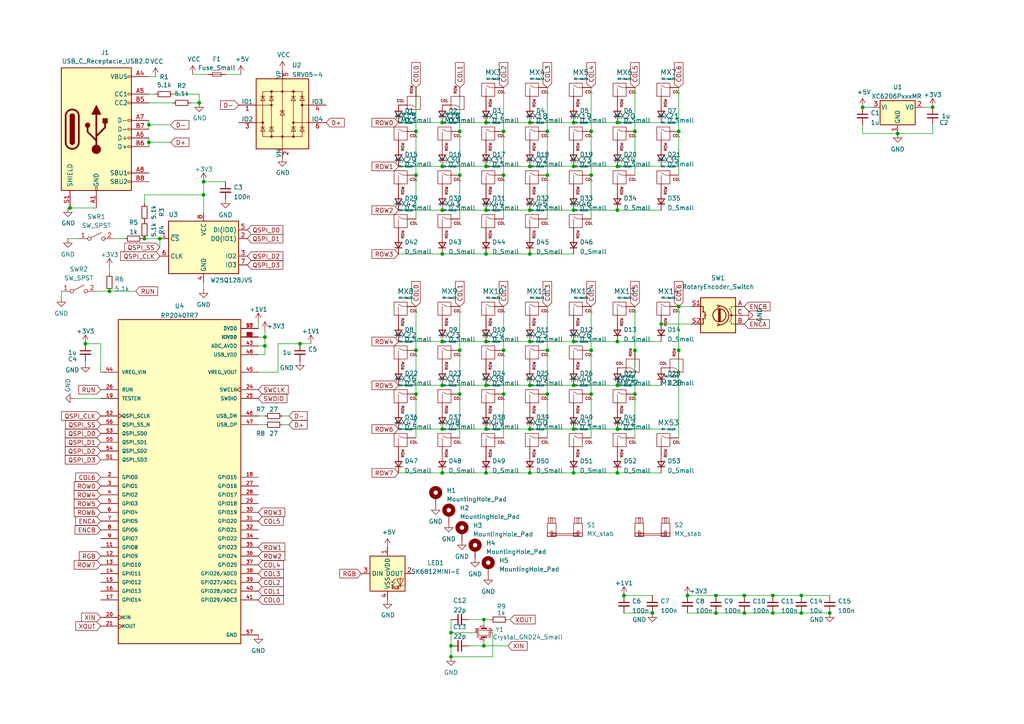
<source format=kicad_sch>
(kicad_sch (version 20230121) (generator eeschema)
  (paper "A4")
  (junction (at 260.35 38.735))
  (junction (at 128.27 111.76))
  (junction (at 140.97 137.16))
  (junction (at 158.75 38.1))
  (junction (at 250.19 31.115))
  (junction (at 31.75 84.455))
  (junction (at 196.85 38.1))
  (junction (at 59.055 56.515))
  (junction (at 128.27 60.96))
  (junction (at 224.155 172.72))
  (junction (at 120.65 38.1))
  (junction (at 171.45 101.6))
  (junction (at 179.07 60.96))
  (junction (at 133.35 38.1))
  (junction (at 128.27 73.66))
  (junction (at 20.32 60.325))
  (junction (at 130.81 187.325))
  (junction (at 166.37 60.96))
  (junction (at 128.27 35.56))
  (junction (at 46.355 69.215))
  (junction (at 166.37 99.06))
  (junction (at 180.975 172.72))
  (junction (at 41.91 69.215))
  (junction (at 270.51 31.115))
  (junction (at 224.155 177.8))
  (junction (at 189.23 177.8))
  (junction (at 240.665 177.8))
  (junction (at 215.9 172.72))
  (junction (at 153.67 60.96))
  (junction (at 166.37 35.56))
  (junction (at 43.18 36.195))
  (junction (at 158.75 50.8))
  (junction (at 140.97 99.06))
  (junction (at 86.995 99.695))
  (junction (at 184.15 101.6))
  (junction (at 166.37 111.76))
  (junction (at 179.07 124.46))
  (junction (at 207.645 172.72))
  (junction (at 184.15 114.3))
  (junction (at 153.67 137.16))
  (junction (at 43.18 41.275))
  (junction (at 179.07 99.06))
  (junction (at 191.77 93.98))
  (junction (at 171.45 50.8))
  (junction (at 207.645 177.8))
  (junction (at 171.45 114.3))
  (junction (at 196.85 88.9))
  (junction (at 24.765 99.695))
  (junction (at 133.35 114.3))
  (junction (at 215.9 177.8))
  (junction (at 133.35 101.6))
  (junction (at 166.37 137.16))
  (junction (at 59.055 52.705))
  (junction (at 179.07 48.26))
  (junction (at 171.45 38.1))
  (junction (at 153.67 99.06))
  (junction (at 128.27 99.06))
  (junction (at 179.07 137.16))
  (junction (at 232.41 172.72))
  (junction (at 140.97 60.96))
  (junction (at 128.27 137.16))
  (junction (at 140.97 111.76))
  (junction (at 120.65 50.8))
  (junction (at 57.785 29.845))
  (junction (at 166.37 124.46))
  (junction (at 146.05 38.1))
  (junction (at 140.97 73.66))
  (junction (at 232.41 177.8))
  (junction (at 179.07 35.56))
  (junction (at 146.05 114.3))
  (junction (at 153.67 48.26))
  (junction (at 153.67 73.66))
  (junction (at 199.39 172.72))
  (junction (at 153.67 35.56))
  (junction (at 146.05 101.6))
  (junction (at 158.75 114.3))
  (junction (at 140.335 187.325))
  (junction (at 146.05 50.8))
  (junction (at 120.65 114.3))
  (junction (at 140.97 35.56))
  (junction (at 153.67 124.46))
  (junction (at 120.65 101.6))
  (junction (at 76.835 97.79))
  (junction (at 130.81 183.515))
  (junction (at 196.85 101.6))
  (junction (at 166.37 48.26))
  (junction (at 128.27 124.46))
  (junction (at 140.97 124.46))
  (junction (at 184.15 38.1))
  (junction (at 158.75 101.6))
  (junction (at 179.07 111.76))
  (junction (at 140.335 179.705))
  (junction (at 140.97 48.26))
  (junction (at 76.835 100.33))
  (junction (at 128.27 48.26))
  (junction (at 153.67 111.76))
  (junction (at 133.35 50.8))
  (junction (at 130.81 190.5))
  (wire (pts (xy 180.975 177.8) (xy 189.23 177.8)))
  (wire (pts (xy 184.15 88.9) (xy 184.15 101.6)))
  (wire (pts (xy 133.35 88.9) (xy 133.35 101.6)))
  (wire (pts (xy 250.19 31.115) (xy 252.73 31.115)))
  (wire (pts (xy 158.75 88.9) (xy 158.75 101.6)))
  (wire (pts (xy 140.97 60.96) (xy 153.67 60.96)))
  (wire (pts (xy 166.37 99.06) (xy 179.07 99.06)))
  (wire (pts (xy 59.055 61.595) (xy 59.055 56.515)))
  (wire (pts (xy 184.15 25.4) (xy 184.15 38.1)))
  (wire (pts (xy 24.765 99.695) (xy 29.21 99.695)))
  (wire (pts (xy 43.18 27.305) (xy 45.085 27.305)))
  (wire (pts (xy 41.91 56.515) (xy 59.055 56.515)))
  (wire (pts (xy 166.37 137.16) (xy 179.07 137.16)))
  (wire (pts (xy 128.27 73.66) (xy 140.97 73.66)))
  (wire (pts (xy 135.89 187.325) (xy 140.335 187.325)))
  (wire (pts (xy 140.97 73.66) (xy 153.67 73.66)))
  (wire (pts (xy 200.66 93.98) (xy 191.77 93.98)))
  (wire (pts (xy 115.57 73.66) (xy 128.27 73.66)))
  (wire (pts (xy 179.07 60.96) (xy 191.77 60.96)))
  (wire (pts (xy 267.97 31.115) (xy 270.51 31.115)))
  (wire (pts (xy 184.15 38.1) (xy 184.15 50.8)))
  (wire (pts (xy 153.67 35.56) (xy 166.37 35.56)))
  (wire (pts (xy 140.97 137.16) (xy 153.67 137.16)))
  (wire (pts (xy 128.27 35.56) (xy 140.97 35.56)))
  (wire (pts (xy 74.93 102.87) (xy 76.835 102.87)))
  (wire (pts (xy 140.97 111.76) (xy 153.67 111.76)))
  (wire (pts (xy 128.27 99.06) (xy 140.97 99.06)))
  (wire (pts (xy 19.685 69.215) (xy 22.86 69.215)))
  (wire (pts (xy 153.67 48.26) (xy 166.37 48.26)))
  (wire (pts (xy 199.39 177.8) (xy 207.645 177.8)))
  (wire (pts (xy 27.94 84.455) (xy 31.75 84.455)))
  (wire (pts (xy 43.18 34.925) (xy 43.18 36.195)))
  (wire (pts (xy 153.67 111.76) (xy 166.37 111.76)))
  (wire (pts (xy 140.97 99.06) (xy 153.67 99.06)))
  (wire (pts (xy 215.9 172.72) (xy 224.155 172.72)))
  (wire (pts (xy 130.81 183.515) (xy 137.795 183.515)))
  (wire (pts (xy 120.65 101.6) (xy 120.65 114.3)))
  (wire (pts (xy 133.35 25.4) (xy 133.35 38.1)))
  (wire (pts (xy 166.37 60.96) (xy 179.07 60.96)))
  (wire (pts (xy 50.165 27.305) (xy 57.785 27.305)))
  (wire (pts (xy 166.37 35.56) (xy 179.07 35.56)))
  (wire (pts (xy 140.335 179.705) (xy 140.335 180.975)))
  (wire (pts (xy 179.07 124.46) (xy 191.77 124.46)))
  (wire (pts (xy 74.93 120.65) (xy 76.835 120.65)))
  (wire (pts (xy 115.57 35.56) (xy 128.27 35.56)))
  (wire (pts (xy 166.37 48.26) (xy 179.07 48.26)))
  (wire (pts (xy 179.07 48.26) (xy 191.77 48.26)))
  (wire (pts (xy 120.65 38.1) (xy 120.65 50.8)))
  (wire (pts (xy 158.75 38.1) (xy 158.75 50.8)))
  (wire (pts (xy 41.91 69.215) (xy 41.275 69.215)))
  (wire (pts (xy 57.785 29.845) (xy 55.245 29.845)))
  (wire (pts (xy 55.88 21.59) (xy 60.325 21.59)))
  (wire (pts (xy 142.875 190.5) (xy 130.81 190.5)))
  (wire (pts (xy 120.65 114.3) (xy 120.65 127)))
  (wire (pts (xy 270.51 38.735) (xy 270.51 36.195)))
  (wire (pts (xy 146.05 25.4) (xy 146.05 38.1)))
  (wire (pts (xy 130.81 183.515) (xy 130.81 187.325)))
  (wire (pts (xy 153.67 124.46) (xy 166.37 124.46)))
  (wire (pts (xy 20.32 60.325) (xy 27.94 60.325)))
  (wire (pts (xy 179.07 137.16) (xy 191.77 137.16)))
  (wire (pts (xy 166.37 111.76) (xy 179.07 111.76)))
  (wire (pts (xy 250.19 36.195) (xy 250.19 38.735)))
  (wire (pts (xy 140.97 35.56) (xy 153.67 35.56)))
  (wire (pts (xy 46.355 69.215) (xy 46.355 71.755)))
  (wire (pts (xy 128.27 48.26) (xy 140.97 48.26)))
  (wire (pts (xy 49.53 41.275) (xy 43.18 41.275)))
  (wire (pts (xy 180.975 172.72) (xy 189.23 172.72)))
  (wire (pts (xy 232.41 177.8) (xy 240.665 177.8)))
  (wire (pts (xy 130.81 179.705) (xy 130.81 183.515)))
  (wire (pts (xy 43.18 41.275) (xy 43.18 42.545)))
  (wire (pts (xy 43.18 29.845) (xy 50.165 29.845)))
  (wire (pts (xy 135.89 179.705) (xy 140.335 179.705)))
  (wire (pts (xy 74.93 107.95) (xy 80.645 107.95)))
  (wire (pts (xy 130.81 190.5) (xy 130.81 187.325)))
  (wire (pts (xy 260.35 38.735) (xy 270.51 38.735)))
  (wire (pts (xy 207.645 177.8) (xy 215.9 177.8)))
  (wire (pts (xy 115.57 124.46) (xy 128.27 124.46)))
  (wire (pts (xy 166.37 124.46) (xy 179.07 124.46)))
  (wire (pts (xy 184.15 114.3) (xy 184.15 127)))
  (wire (pts (xy 147.955 179.705) (xy 147.32 179.705)))
  (wire (pts (xy 69.85 21.59) (xy 65.405 21.59)))
  (wire (pts (xy 115.57 137.16) (xy 128.27 137.16)))
  (wire (pts (xy 133.35 50.8) (xy 133.35 63.5)))
  (wire (pts (xy 128.27 124.46) (xy 140.97 124.46)))
  (wire (pts (xy 171.45 114.3) (xy 171.45 127)))
  (wire (pts (xy 171.45 101.6) (xy 171.45 114.3)))
  (wire (pts (xy 19.685 60.325) (xy 20.32 60.325)))
  (wire (pts (xy 24.765 105.41) (xy 24.765 104.775)))
  (wire (pts (xy 207.645 172.72) (xy 215.9 172.72)))
  (wire (pts (xy 57.785 27.305) (xy 57.785 29.845)))
  (wire (pts (xy 140.97 48.26) (xy 153.67 48.26)))
  (wire (pts (xy 76.835 100.33) (xy 76.835 97.79)))
  (wire (pts (xy 31.75 84.455) (xy 39.37 84.455)))
  (wire (pts (xy 43.18 36.195) (xy 43.18 37.465)))
  (wire (pts (xy 133.35 101.6) (xy 133.35 114.3)))
  (wire (pts (xy 140.97 124.46) (xy 153.67 124.46)))
  (wire (pts (xy 80.645 107.95) (xy 80.645 99.695)))
  (wire (pts (xy 146.05 50.8) (xy 146.05 63.5)))
  (wire (pts (xy 146.05 101.6) (xy 146.05 114.3)))
  (wire (pts (xy 250.19 38.735) (xy 260.35 38.735)))
  (wire (pts (xy 142.24 179.705) (xy 140.335 179.705)))
  (wire (pts (xy 133.35 38.1) (xy 133.35 50.8)))
  (wire (pts (xy 153.67 60.96) (xy 166.37 60.96)))
  (wire (pts (xy 74.93 93.345) (xy 74.93 95.25)))
  (wire (pts (xy 196.85 25.4) (xy 196.85 38.1)))
  (wire (pts (xy 196.85 101.6) (xy 196.85 127)))
  (wire (pts (xy 80.645 99.695) (xy 86.995 99.695)))
  (wire (pts (xy 115.57 48.26) (xy 128.27 48.26)))
  (wire (pts (xy 179.07 35.56) (xy 191.77 35.56)))
  (wire (pts (xy 74.93 97.79) (xy 76.835 97.79)))
  (wire (pts (xy 31.75 77.47) (xy 31.75 79.375)))
  (wire (pts (xy 146.05 88.9) (xy 146.05 101.6)))
  (wire (pts (xy 199.39 172.72) (xy 207.645 172.72)))
  (wire (pts (xy 146.05 114.3) (xy 146.05 127)))
  (wire (pts (xy 21.59 115.57) (xy 29.21 115.57)))
  (wire (pts (xy 153.67 137.16) (xy 166.37 137.16)))
  (wire (pts (xy 158.75 114.3) (xy 158.75 127)))
  (wire (pts (xy 196.85 88.9) (xy 196.85 101.6)))
  (wire (pts (xy 153.67 99.06) (xy 166.37 99.06)))
  (wire (pts (xy 74.93 100.33) (xy 76.835 100.33)))
  (wire (pts (xy 115.57 111.76) (xy 128.27 111.76)))
  (wire (pts (xy 120.65 50.8) (xy 120.65 63.5)))
  (wire (pts (xy 224.155 177.8) (xy 232.41 177.8)))
  (wire (pts (xy 171.45 25.4) (xy 171.45 38.1)))
  (wire (pts (xy 196.85 88.9) (xy 200.66 88.9)))
  (wire (pts (xy 81.915 120.65) (xy 83.82 120.65)))
  (wire (pts (xy 140.335 186.055) (xy 140.335 187.325)))
  (wire (pts (xy 179.07 99.06) (xy 191.77 99.06)))
  (wire (pts (xy 17.78 86.36) (xy 17.78 84.455)))
  (wire (pts (xy 115.57 99.06) (xy 128.27 99.06)))
  (wire (pts (xy 120.65 25.4) (xy 120.65 38.1)))
  (wire (pts (xy 153.67 73.66) (xy 166.37 73.66)))
  (wire (pts (xy 171.45 50.8) (xy 171.45 63.5)))
  (wire (pts (xy 86.995 99.695) (xy 90.17 99.695)))
  (wire (pts (xy 115.57 60.96) (xy 128.27 60.96)))
  (wire (pts (xy 158.75 50.8) (xy 158.75 63.5)))
  (wire (pts (xy 29.21 107.95) (xy 29.21 99.695)))
  (wire (pts (xy 232.41 172.72) (xy 240.665 172.72)))
  (wire (pts (xy 59.055 56.515) (xy 59.055 52.705)))
  (wire (pts (xy 140.335 187.325) (xy 147.32 187.325)))
  (wire (pts (xy 184.15 101.6) (xy 184.15 114.3)))
  (wire (pts (xy 43.18 22.225) (xy 45.085 22.225)))
  (wire (pts (xy 59.055 52.705) (xy 65.405 52.705)))
  (wire (pts (xy 171.45 88.9) (xy 171.45 101.6)))
  (wire (pts (xy 158.75 25.4) (xy 158.75 38.1)))
  (wire (pts (xy 133.35 114.3) (xy 133.35 127)))
  (wire (pts (xy 179.07 111.76) (xy 191.77 111.76)))
  (wire (pts (xy 41.91 59.055) (xy 41.91 56.515)))
  (wire (pts (xy 142.875 183.515) (xy 142.875 190.5)))
  (wire (pts (xy 158.75 101.6) (xy 158.75 114.3)))
  (wire (pts (xy 43.18 40.005) (xy 43.18 41.275)))
  (wire (pts (xy 146.05 38.1) (xy 146.05 50.8)))
  (wire (pts (xy 59.055 81.915) (xy 59.055 83.82)))
  (wire (pts (xy 74.93 123.19) (xy 76.835 123.19)))
  (wire (pts (xy 128.27 60.96) (xy 140.97 60.96)))
  (wire (pts (xy 33.02 69.215) (xy 36.195 69.215)))
  (wire (pts (xy 128.27 137.16) (xy 140.97 137.16)))
  (wire (pts (xy 196.85 38.1) (xy 196.85 50.8)))
  (wire (pts (xy 120.65 88.9) (xy 120.65 101.6)))
  (wire (pts (xy 224.155 172.72) (xy 232.41 172.72)))
  (wire (pts (xy 49.53 36.195) (xy 43.18 36.195)))
  (wire (pts (xy 76.835 95.885) (xy 76.835 97.79)))
  (wire (pts (xy 81.915 123.19) (xy 83.82 123.19)))
  (wire (pts (xy 215.9 177.8) (xy 224.155 177.8)))
  (wire (pts (xy 171.45 38.1) (xy 171.45 50.8)))
  (wire (pts (xy 46.355 69.215) (xy 41.91 69.215)))
  (wire (pts (xy 128.27 111.76) (xy 140.97 111.76)))
  (wire (pts (xy 76.835 102.87) (xy 76.835 100.33)))
  (global_label "QSPI_D0" (shape input) (at 29.21 125.73 180) (property "Intersheetrefs" "${INTERSHEET_REFS}" (effects hide)))
  (global_label "QSPI_SS" (shape input) (at 29.21 123.19 180) (property "Intersheetrefs" "${INTERSHEET_REFS}" (effects hide)))
  (global_label "D+" (shape input) (at 94.615 35.56 0) (property "Intersheetrefs" "${INTERSHEET_REFS}" (effects hide)))
  (global_label "ROW5" (shape input) (at 29.21 146.05 180) (property "Intersheetrefs" "${INTERSHEET_REFS}" (effects hide)))
  (global_label "COL6" (shape input) (at 196.85 25.4 90) (property "Intersheetrefs" "${INTERSHEET_REFS}" (effects hide)))
  (global_label "RGB" (shape input) (at 104.775 166.37 180) (property "Intersheetrefs" "${INTERSHEET_REFS}" (effects hide)))
  (global_label "COL5" (shape input) (at 74.93 151.13 0) (property "Intersheetrefs" "${INTERSHEET_REFS}" (effects hide)))
  (global_label "COL6" (shape input) (at 29.21 138.43 180) (property "Intersheetrefs" "${INTERSHEET_REFS}" (effects hide)))
  (global_label "ROW1" (shape input) (at 115.57 48.26 180) (property "Intersheetrefs" "${INTERSHEET_REFS}" (effects hide)))
  (global_label "ENCB" (shape input) (at 29.21 153.67 180) (property "Intersheetrefs" "${INTERSHEET_REFS}" (effects hide)))
  (global_label "QSPI_SS" (shape input) (at 46.355 71.755 180) (property "Intersheetrefs" "${INTERSHEET_REFS}" (effects hide)))
  (global_label "COL3" (shape input) (at 74.93 166.37 0) (property "Intersheetrefs" "${INTERSHEET_REFS}" (effects hide)))
  (global_label "ROW4" (shape input) (at 115.57 99.06 180) (property "Intersheetrefs" "${INTERSHEET_REFS}" (effects hide)))
  (global_label "ROW3" (shape input) (at 74.93 148.59 0) (property "Intersheetrefs" "${INTERSHEET_REFS}" (effects hide)))
  (global_label "ENCA" (shape input) (at 215.9 93.98 0) (property "Intersheetrefs" "${INTERSHEET_REFS}" (effects hide)))
  (global_label "RGB" (shape input) (at 29.21 161.29 180) (property "Intersheetrefs" "${INTERSHEET_REFS}" (effects hide)))
  (global_label "COL1" (shape input) (at 133.35 25.4 90) (property "Intersheetrefs" "${INTERSHEET_REFS}" (effects hide)))
  (global_label "ENCB" (shape input) (at 215.9 88.9 0) (property "Intersheetrefs" "${INTERSHEET_REFS}" (effects hide)))
  (global_label "ROW7" (shape input) (at 115.57 137.16 180) (property "Intersheetrefs" "${INTERSHEET_REFS}" (effects hide)))
  (global_label "RUN" (shape input) (at 39.37 84.455 0) (property "Intersheetrefs" "${INTERSHEET_REFS}" (effects hide)))
  (global_label "ROW6" (shape input) (at 29.21 148.59 180) (property "Intersheetrefs" "${INTERSHEET_REFS}" (effects hide)))
  (global_label "ROW2" (shape input) (at 115.57 60.96 180) (property "Intersheetrefs" "${INTERSHEET_REFS}" (effects hide)))
  (global_label "ROW0" (shape input) (at 115.57 35.56 180) (property "Intersheetrefs" "${INTERSHEET_REFS}" (effects hide)))
  (global_label "ROW7" (shape input) (at 29.21 163.83 180) (property "Intersheetrefs" "${INTERSHEET_REFS}" (effects hide)))
  (global_label "ROW1" (shape input) (at 74.93 158.75 0) (property "Intersheetrefs" "${INTERSHEET_REFS}" (effects hide)))
  (global_label "XIN" (shape input) (at 29.21 179.07 180) (property "Intersheetrefs" "${INTERSHEET_REFS}" (effects hide)))
  (global_label "QSPI_D1" (shape input) (at 71.755 69.215 0) (property "Intersheetrefs" "${INTERSHEET_REFS}" (effects hide)))
  (global_label "D-" (shape input) (at 49.53 36.195 0) (property "Intersheetrefs" "${INTERSHEET_REFS}" (effects hide)))
  (global_label "COL3" (shape input) (at 158.75 88.9 90) (property "Intersheetrefs" "${INTERSHEET_REFS}" (effects hide)))
  (global_label "D-" (shape input) (at 83.82 120.65 0) (property "Intersheetrefs" "${INTERSHEET_REFS}" (effects hide)))
  (global_label "QSPI_D2" (shape input) (at 29.21 130.81 180) (property "Intersheetrefs" "${INTERSHEET_REFS}" (effects hide)))
  (global_label "COL4" (shape input) (at 74.93 163.83 0) (property "Intersheetrefs" "${INTERSHEET_REFS}" (effects hide)))
  (global_label "RUN" (shape input) (at 29.21 113.03 180) (property "Intersheetrefs" "${INTERSHEET_REFS}" (effects hide)))
  (global_label "COL0" (shape input) (at 120.65 88.9 90) (property "Intersheetrefs" "${INTERSHEET_REFS}" (effects hide)))
  (global_label "COL1" (shape input) (at 133.35 88.9 90) (property "Intersheetrefs" "${INTERSHEET_REFS}" (effects hide)))
  (global_label "COL0" (shape input) (at 120.65 25.4 90) (property "Intersheetrefs" "${INTERSHEET_REFS}" (effects hide)))
  (global_label "ROW6" (shape input) (at 115.57 124.46 180) (property "Intersheetrefs" "${INTERSHEET_REFS}" (effects hide)))
  (global_label "QSPI_D3" (shape input) (at 71.755 76.835 0) (property "Intersheetrefs" "${INTERSHEET_REFS}" (effects hide)))
  (global_label "COL6" (shape input) (at 196.85 88.9 90) (property "Intersheetrefs" "${INTERSHEET_REFS}" (effects hide)))
  (global_label "COL4" (shape input) (at 171.45 25.4 90) (property "Intersheetrefs" "${INTERSHEET_REFS}" (effects hide)))
  (global_label "ROW4" (shape input) (at 29.21 143.51 180) (property "Intersheetrefs" "${INTERSHEET_REFS}" (effects hide)))
  (global_label "SWCLK" (shape input) (at 74.93 113.03 0) (property "Intersheetrefs" "${INTERSHEET_REFS}" (effects hide)))
  (global_label "QSPI_D0" (shape input) (at 71.755 66.675 0) (property "Intersheetrefs" "${INTERSHEET_REFS}" (effects hide)))
  (global_label "ROW3" (shape input) (at 115.57 73.66 180) (property "Intersheetrefs" "${INTERSHEET_REFS}" (effects hide)))
  (global_label "ROW2" (shape input) (at 74.93 161.29 0) (property "Intersheetrefs" "${INTERSHEET_REFS}" (effects hide)))
  (global_label "COL2" (shape input) (at 74.93 168.91 0) (property "Intersheetrefs" "${INTERSHEET_REFS}" (effects hide)))
  (global_label "COL5" (shape input) (at 184.15 25.4 90) (property "Intersheetrefs" "${INTERSHEET_REFS}" (effects hide)))
  (global_label "SWDIO" (shape input) (at 74.93 115.57 0) (property "Intersheetrefs" "${INTERSHEET_REFS}" (effects hide)))
  (global_label "ROW0" (shape input) (at 29.21 140.97 180) (property "Intersheetrefs" "${INTERSHEET_REFS}" (effects hide)))
  (global_label "COL5" (shape input) (at 184.15 88.9 90) (property "Intersheetrefs" "${INTERSHEET_REFS}" (effects hide)))
  (global_label "D+" (shape input) (at 49.53 41.275 0) (property "Intersheetrefs" "${INTERSHEET_REFS}" (effects hide)))
  (global_label "COL2" (shape input) (at 146.05 25.4 90) (property "Intersheetrefs" "${INTERSHEET_REFS}" (effects hide)))
  (global_label "COL4" (shape input) (at 171.45 88.9 90) (property "Intersheetrefs" "${INTERSHEET_REFS}" (effects hide)))
  (global_label "COL3" (shape input) (at 158.75 25.4 90) (property "Intersheetrefs" "${INTERSHEET_REFS}" (effects hide)))
  (global_label "QSPI_D1" (shape input) (at 29.21 128.27 180) (property "Intersheetrefs" "${INTERSHEET_REFS}" (effects hide)))
  (global_label "XIN" (shape input) (at 147.32 187.325 0) (property "Intersheetrefs" "${INTERSHEET_REFS}" (effects hide)))
  (global_label "XOUT" (shape input) (at 147.955 179.705 0) (property "Intersheetrefs" "${INTERSHEET_REFS}" (effects hide)))
  (global_label "COL2" (shape input) (at 146.05 88.9 90) (property "Intersheetrefs" "${INTERSHEET_REFS}" (effects hide)))
  (global_label "ENCA" (shape input) (at 29.21 151.13 180) (property "Intersheetrefs" "${INTERSHEET_REFS}" (effects hide)))
  (global_label "D-" (shape input) (at 69.215 30.48 180) (property "Intersheetrefs" "${INTERSHEET_REFS}" (effects hide)))
  (global_label "QSPI_CLK" (shape input) (at 29.21 120.65 180) (property "Intersheetrefs" "${INTERSHEET_REFS}" (effects hide)))
  (global_label "XOUT" (shape input) (at 29.21 181.61 180) (property "Intersheetrefs" "${INTERSHEET_REFS}" (effects hide)))
  (global_label "D+" (shape input) (at 83.82 123.19 0) (property "Intersheetrefs" "${INTERSHEET_REFS}" (effects hide)))
  (global_label "COL1" (shape input) (at 74.93 171.45 0) (property "Intersheetrefs" "${INTERSHEET_REFS}" (effects hide)))
  (global_label "ROW5" (shape input) (at 115.57 111.76 180) (property "Intersheetrefs" "${INTERSHEET_REFS}" (effects hide)))
  (global_label "COL0" (shape input) (at 74.93 173.99 0) (property "Intersheetrefs" "${INTERSHEET_REFS}" (effects hide)))
  (global_label "QSPI_D3" (shape input) (at 29.21 133.35 180) (property "Intersheetrefs" "${INTERSHEET_REFS}" (effects hide)))
  (global_label "QSPI_CLK" (shape input) (at 46.355 74.295 180) (property "Intersheetrefs" "${INTERSHEET_REFS}" (effects hide)))
  (global_label "QSPI_D2" (shape input) (at 71.755 74.295 0) (property "Intersheetrefs" "${INTERSHEET_REFS}" (effects hide)))
  (symbol (lib_id "Device:D_Small") (at 115.57 71.12 90) (unit 1)
    (property "Reference" "D42" (at 117.348 70.2115 90) (effects (justify right)))
    (property "Value" "D_Small" (at 117.348 72.9866 90) (effects (justify right)))
    (property "Footprint" "Diode_SMD:D_SOD-123" (effects hide))
  )
  (symbol (lib_id "Device:R_Small") (at 52.705 29.845 270) (unit 1)
    (property "Reference" "R2" (at 52.705 24.8666 90))
    (property "Value" "5.1k" (at 52.705 27.178 90))
    (property "Footprint" "Resistor_SMD:R_0402_1005Metric" (effects hide))
  )
  (symbol (lib_id "power:GND") (at 59.055 83.82 0) (unit 1)
    (property "Reference" "#PWR016" (effects hide))
    (property "Value" "GND" (at 59.055 88.3825 0))
  )
  (symbol (lib_id "Device:D_Small") (at 140.97 58.42 90) (unit 1)
    (property "Reference" "D31" (at 142.748 57.5115 90) (effects (justify right)))
    (property "Value" "D_Small" (at 142.748 60.2866 90) (effects (justify right)))
    (property "Footprint" "Diode_SMD:D_SOD-123" (effects hide))
  )
  (symbol (lib_id "Device:D_Small") (at 191.77 134.62 90) (unit 1)
    (property "Reference" "D53" (at 193.548 133.7115 90) (effects (justify right)))
    (property "Value" "D_Small" (at 193.548 136.4866 90) (effects (justify right)))
    (property "Footprint" "Diode_SMD:D_SOD-123" (effects hide))
  )
  (symbol (lib_id "power:GND") (at 17.78 86.36 0) (unit 1)
    (property "Reference" "#PWR017" (effects hide))
    (property "Value" "GND" (at 17.78 90.9225 0))
  )
  (symbol (lib_id "Switch:SW_SPST") (at 22.86 84.455 0) (unit 1)
    (property "Reference" "SWR2" (at 22.86 78.105 0))
    (property "Value" "SW_SPST" (at 22.86 80.645 0))
    (property "Footprint" "Button_Switch_SMD:SW_SPST_TL3342" (effects hide))
  )
  (symbol (lib_id "power:VCC") (at 55.88 21.59 0) (unit 1)
    (property "Reference" "#PWR02" (effects hide))
    (property "Value" "VCC" (at 56.261 17.1958 0))
  )
  (symbol (lib_id "power:GND") (at 74.93 184.15 0) (unit 1)
    (property "Reference" "#PWR032" (effects hide))
    (property "Value" "GND" (at 74.93 188.7125 0))
  )
  (symbol (lib_id "power:+3V3") (at 59.055 52.705 0) (unit 1)
    (property "Reference" "#PWR011" (effects hide))
    (property "Value" "+3V3" (at 59.055 49.1005 0))
  )
  (symbol (lib_id "Device:R_Small") (at 41.91 66.675 180) (unit 1)
    (property "Reference" "R4" (at 46.8884 66.675 90))
    (property "Value" "5.1k" (at 44.577 66.675 90))
    (property "Footprint" "Resistor_SMD:R_0402_1005Metric" (effects hide))
  )
  (symbol (lib_id "MX_Alps_Hybrid:MX-NoLED") (at 193.04 90.17 0) (unit 1)
    (property "Reference" "MX14" (at 193.8782 84.5058 0) (effects (font (size 1.524 1.524))))
    (property "Value" "MX-NoLED" (at 193.8782 86.3854 0) (effects (font (size 0.508 0.508))))
    (property "Footprint" "kiserdesigns:KS-33" (effects hide))
  )
  (symbol (lib_id "Device:D_Small") (at 191.77 109.22 90) (unit 1)
    (property "Reference" "D28" (at 193.548 108.3115 90) (effects (justify right)))
    (property "Value" "D_Small" (at 193.548 111.0866 90) (effects (justify right)))
    (property "Footprint" "Diode_SMD:D_SOD-123" (effects hide))
  )
  (symbol (lib_id "Device:C_Small") (at 24.765 102.235 0) (unit 1)
    (property "Reference" "C4" (at 19.685 104.14 0) (effects (justify left)))
    (property "Value" "1u" (at 19.685 102.235 0) (effects (justify left)))
    (property "Footprint" "Capacitor_SMD:C_0402_1005Metric" (effects hide))
  )
  (symbol (lib_id "Device:D_Small") (at 166.37 109.22 90) (unit 1)
    (property "Reference" "D26" (at 168.148 108.3115 90) (effects (justify right)))
    (property "Value" "D_Small" (at 168.148 111.0866 90) (effects (justify right)))
    (property "Footprint" "Diode_SMD:D_SOD-123" (effects hide))
  )
  (symbol (lib_id "MX_Alps_Hybrid:MX-NoLED") (at 116.84 90.17 0) (unit 1)
    (property "Reference" "MX8" (at 117.6782 84.5058 0) (effects (font (size 1.524 1.524))))
    (property "Value" "MX-NoLED" (at 117.6782 86.3854 0) (effects (font (size 0.508 0.508))))
    (property "Footprint" "kiserdesigns:KS-33" (effects hide))
  )
  (symbol (lib_id "MX_Alps_Hybrid:MX-NoLED") (at 142.24 102.87 0) (unit 1)
    (property "Reference" "MX24" (at 143.0782 97.2058 0) (effects (font (size 1.524 1.524))))
    (property "Value" "MX-NoLED" (at 143.0782 99.0854 0) (effects (font (size 0.508 0.508))))
    (property "Footprint" "kiserdesigns:KS-33" (effects hide))
  )
  (symbol (lib_id "Device:D_Small") (at 191.77 45.72 90) (unit 1)
    (property "Reference" "D21" (at 193.548 44.8115 90) (effects (justify right)))
    (property "Value" "D_Small" (at 193.548 47.5866 90) (effects (justify right)))
    (property "Footprint" "Diode_SMD:D_SOD-123" (effects hide))
  )
  (symbol (lib_id "Device:C_Small") (at 224.155 175.26 0) (unit 1)
    (property "Reference" "C11" (at 226.4791 174.3578 0) (effects (justify left)))
    (property "Value" "100n" (at 226.4791 177.1329 0) (effects (justify left)))
    (property "Footprint" "Capacitor_SMD:C_0402_1005Metric" (effects hide))
  )
  (symbol (lib_id "MX_Alps_Hybrid:MX-NoLED") (at 116.84 102.87 0) (unit 1)
    (property "Reference" "MX22" (at 117.6782 97.2058 0) (effects (font (size 1.524 1.524))))
    (property "Value" "MX-NoLED" (at 117.6782 99.0854 0) (effects (font (size 0.508 0.508))))
    (property "Footprint" "kiserdesigns:KS-33" (effects hide))
  )
  (symbol (lib_id "Device:D_Small") (at 153.67 134.62 90) (unit 1)
    (property "Reference" "D50" (at 155.448 133.7115 90) (effects (justify right)))
    (property "Value" "D_Small" (at 155.448 136.4866 90) (effects (justify right)))
    (property "Footprint" "Diode_SMD:D_SOD-123" (effects hide))
  )
  (symbol (lib_id "power:GND") (at 137.795 161.925 0) (unit 1)
    (property "Reference" "#PWR037" (effects hide))
    (property "Value" "GND" (at 137.795 166.4875 0))
  )
  (symbol (lib_id "Device:Fuse_Small") (at 62.865 21.59 0) (unit 1)
    (property "Reference" "F1" (at 62.865 17.145 0))
    (property "Value" "Fuse_Small" (at 62.865 19.685 0))
    (property "Footprint" "Fuse:Fuse_1206_3216Metric" (effects hide))
  )
  (symbol (lib_id "Regulator_Linear:XC6206PxxxMR") (at 260.35 31.115 0) (unit 1)
    (property "Reference" "U1" (at 260.35 25.2435 0))
    (property "Value" "XC6206PxxxMR" (at 252.73 27.94 0) (effects (justify left)))
    (property "Footprint" "Package_TO_SOT_SMD:SOT-23" (effects hide))
    (property "Datasheet" "https://www.torexsemi.com/file/xc6206/XC6206.pdf" (effects hide))
  )
  (symbol (lib_id "power:+1V1") (at 74.93 93.345 0) (unit 1)
    (property "Reference" "#PWR018" (effects hide))
    (property "Value" "+1V1" (at 74.93 89.7405 0))
  )
  (symbol (lib_id "Device:D_Small") (at 115.57 33.02 90) (unit 1)
    (property "Reference" "D1" (at 117.348 32.1115 90) (effects (justify right)))
    (property "Value" "D_Small" (at 117.348 34.8866 90) (effects (justify right)))
    (property "Footprint" "Diode_SMD:D_SOD-123" (effects hide))
  )
  (symbol (lib_id "MX_Alps_Hybrid:MX-NoLED") (at 142.24 52.07 0) (unit 1)
    (property "Reference" "MX31" (at 143.0782 46.4058 0) (effects (font (size 1.524 1.524))))
    (property "Value" "MX-NoLED" (at 143.0782 48.2854 0) (effects (font (size 0.508 0.508))))
    (property "Footprint" "kiserdesigns:KS-33" (effects hide))
  )
  (symbol (lib_id "MX_Alps_Hybrid:MX-NoLED") (at 193.04 39.37 0) (unit 1)
    (property "Reference" "MX21" (at 193.8782 33.7058 0) (effects (font (size 1.524 1.524))))
    (property "Value" "MX-NoLED" (at 193.8782 35.5854 0) (effects (font (size 0.508 0.508))))
    (property "Footprint" "kiserdesigns:KS-33" (effects hide))
  )
  (symbol (lib_id "RP2040TR7:RP2040TR7") (at 52.07 138.43 0) (unit 1)
    (property "Reference" "U4" (at 52.07 88.7435 0))
    (property "Value" "RP2040TR7" (at 52.07 91.5186 0))
    (property "Footprint" "Package_DFN_QFN:QFN-56-1EP_7x7mm_P0.4mm_EP3.2x3.2mm" (effects hide))
    (property "MAXIMUM_PACKAGE_HEIGHT" "0.9mm" (effects hide))
    (property "STANDARD" "IPC 7351B" (effects hide))
    (property "PARTREV" "1.7.1" (effects hide))
    (property "MANUFACTURER" "Raspberry Pi" (effects hide))
  )
  (symbol (lib_id "MX_Alps_Hybrid:MX-NoLED") (at 167.64 115.57 0) (unit 1)
    (property "Reference" "MX40" (at 168.4782 109.9058 0) (effects (font (size 1.524 1.524))))
    (property "Value" "MX-NoLED" (at 168.4782 111.7854 0) (effects (font (size 0.508 0.508))))
    (property "Footprint" "kiserdesigns:KS-33" (effects hide))
  )
  (symbol (lib_id "power:+3V3") (at 199.39 172.72 0) (unit 1)
    (property "Reference" "#PWR028" (effects hide))
    (property "Value" "+3V3" (at 202.565 171.45 0))
  )
  (symbol (lib_id "MX_Alps_Hybrid:MX-NoLED") (at 142.24 128.27 0) (unit 1)
    (property "Reference" "MX49" (at 143.0782 122.6058 0) (effects (font (size 1.524 1.524))))
    (property "Value" "MX-NoLED" (at 143.0782 124.4854 0) (effects (font (size 0.508 0.508))))
    (property "Footprint" "kiserdesigns:KS-33" (effects hide))
  )
  (symbol (lib_id "Device:D_Small") (at 153.67 121.92 90) (unit 1)
    (property "Reference" "D39" (at 155.448 121.0115 90) (effects (justify right)))
    (property "Value" "D_Small" (at 155.448 123.7866 90) (effects (justify right)))
    (property "Footprint" "Diode_SMD:D_SOD-123" (effects hide))
  )
  (symbol (lib_id "MX_Alps_Hybrid:MX-NoLED") (at 142.24 115.57 0) (unit 1)
    (property "Reference" "MX38" (at 143.0782 109.9058 0) (effects (font (size 1.524 1.524))))
    (property "Value" "MX-NoLED" (at 143.0782 111.7854 0) (effects (font (size 0.508 0.508))))
    (property "Footprint" "kiserdesigns:KS-33" (effects hide))
  )
  (symbol (lib_id "Device:R_Small") (at 144.78 179.705 90) (unit 1)
    (property "Reference" "R9" (at 145.415 175.895 90))
    (property "Value" "1k" (at 145.415 177.8 90))
    (property "Footprint" "Resistor_SMD:R_0402_1005Metric" (effects hide))
  )
  (symbol (lib_id "Device:C_Small") (at 215.9 175.26 0) (unit 1)
    (property "Reference" "C10" (at 218.2241 174.3578 0) (effects (justify left)))
    (property "Value" "100n" (at 218.2241 177.1329 0) (effects (justify left)))
    (property "Footprint" "Capacitor_SMD:C_0402_1005Metric" (effects hide))
  )
  (symbol (lib_id "Device:D_Small") (at 179.07 121.92 90) (unit 1)
    (property "Reference" "D41" (at 180.848 121.0115 90) (effects (justify right)))
    (property "Value" "D_Small" (at 180.848 123.7866 90) (effects (justify right)))
    (property "Footprint" "Diode_SMD:D_SOD-123" (effects hide))
  )
  (symbol (lib_id "MX_Alps_Hybrid:MX-NoLED") (at 167.64 102.87 0) (unit 1)
    (property "Reference" "MX26" (at 168.4782 97.2058 0) (effects (font (size 1.524 1.524))))
    (property "Value" "MX-NoLED" (at 168.4782 99.0854 0) (effects (font (size 0.508 0.508))))
    (property "Footprint" "kiserdesigns:KS-33" (effects hide))
  )
  (symbol (lib_id "MX_Alps_Hybrid:MX-NoLED") (at 116.84 115.57 0) (unit 1)
    (property "Reference" "MX36" (at 117.6782 109.9058 0) (effects (font (size 1.524 1.524))))
    (property "Value" "MX-NoLED" (at 117.6782 111.7854 0) (effects (font (size 0.508 0.508))))
    (property "Footprint" "kiserdesigns:KS-33" (effects hide))
  )
  (symbol (lib_id "power:GND") (at 24.765 105.41 0) (unit 1)
    (property "Reference" "#PWR023" (effects hide))
    (property "Value" "GND" (at 20.955 107.315 0))
  )
  (symbol (lib_id "power:GND") (at 133.985 156.845 0) (unit 1)
    (property "Reference" "#PWR036" (effects hide))
    (property "Value" "GND" (at 133.985 161.4075 0))
  )
  (symbol (lib_id "Device:D_Small") (at 179.07 109.22 90) (unit 1)
    (property "Reference" "D27" (at 180.848 108.3115 90) (effects (justify right)))
    (property "Value" "D_Small" (at 180.848 111.0866 90) (effects (justify right)))
    (property "Footprint" "Diode_SMD:D_SOD-123" (effects hide))
  )
  (symbol (lib_id "power:GND") (at 126.365 146.685 0) (unit 1)
    (property "Reference" "#PWR034" (effects hide))
    (property "Value" "GND" (at 126.365 151.2475 0))
  )
  (symbol (lib_id "MX_Alps_Hybrid:MX-NoLED") (at 193.04 26.67 0) (unit 1)
    (property "Reference" "MX7" (at 193.8782 21.0058 0) (effects (font (size 1.524 1.524))))
    (property "Value" "MX-NoLED" (at 193.8782 22.8854 0) (effects (font (size 0.508 0.508))))
    (property "Footprint" "kiserdesigns:KS-33" (effects hide))
  )
  (symbol (lib_id "MX_Alps_Hybrid:MX-NoLED") (at 193.04 52.07 0) (unit 1)
    (property "Reference" "MX35" (at 193.8782 46.4058 0) (effects (font (size 1.524 1.524))))
    (property "Value" "MX-NoLED" (at 193.8782 48.2854 0) (effects (font (size 0.508 0.508))))
    (property "Footprint" "kiserdesigns:KS-33" (effects hide))
  )
  (symbol (lib_id "Device:D_Small") (at 115.57 109.22 90) (unit 1)
    (property "Reference" "D22" (at 117.348 108.3115 90) (effects (justify right)))
    (property "Value" "D_Small" (at 117.348 111.0866 90) (effects (justify right)))
    (property "Footprint" "Diode_SMD:D_SOD-123" (effects hide))
  )
  (symbol (lib_id "Device:D_Small") (at 166.37 96.52 90) (unit 1)
    (property "Reference" "D12" (at 168.148 95.6115 90) (effects (justify right)))
    (property "Value" "D_Small" (at 168.148 98.3866 90) (effects (justify right)))
    (property "Footprint" "Diode_SMD:D_SOD-123" (effects hide))
  )
  (symbol (lib_id "Device:D_Small") (at 128.27 121.92 90) (unit 1)
    (property "Reference" "D37" (at 130.048 121.0115 90) (effects (justify right)))
    (property "Value" "D_Small" (at 130.048 123.7866 90) (effects (justify right)))
    (property "Footprint" "Diode_SMD:D_SOD-123" (effects hide))
  )
  (symbol (lib_id "Device:D_Small") (at 140.97 109.22 90) (unit 1)
    (property "Reference" "D24" (at 142.748 108.3115 90) (effects (justify right)))
    (property "Value" "D_Small" (at 142.748 111.0866 90) (effects (justify right)))
    (property "Footprint" "Diode_SMD:D_SOD-123" (effects hide))
  )
  (symbol (lib_id "Device:D_Small") (at 166.37 45.72 90) (unit 1)
    (property "Reference" "D19" (at 168.148 44.8115 90) (effects (justify right)))
    (property "Value" "D_Small" (at 168.148 47.5866 90) (effects (justify right)))
    (property "Footprint" "Diode_SMD:D_SOD-123" (effects hide))
  )
  (symbol (lib_id "power:GND") (at 240.665 177.8 0) (unit 1)
    (property "Reference" "#PWR031" (effects hide))
    (property "Value" "GND" (at 236.855 179.705 0))
  )
  (symbol (lib_id "MX_Alps_Hybrid:MX-NoLED") (at 154.94 26.67 0) (unit 1)
    (property "Reference" "MX4" (at 155.7782 21.0058 0) (effects (font (size 1.524 1.524))))
    (property "Value" "MX-NoLED" (at 155.7782 22.8854 0) (effects (font (size 0.508 0.508))))
    (property "Footprint" "kiserdesigns:KS-33" (effects hide))
  )
  (symbol (lib_id "Mechanical:MountingHole_Pad") (at 126.365 144.145 0) (unit 1)
    (property "Reference" "H1" (at 129.54 142.24 0) (effects (justify left)))
    (property "Value" "MountingHole_Pad" (at 129.54 144.78 0) (effects (justify left)))
    (property "Footprint" "MountingHole:MountingHole_2.2mm_M2_Pad_TopOnly" (effects hide))
  )
  (symbol (lib_id "MX_Alps_Hybrid:MX-NoLED") (at 180.34 26.67 0) (unit 1)
    (property "Reference" "MX6" (at 181.1782 21.0058 0) (effects (font (size 1.524 1.524))))
    (property "Value" "MX-NoLED" (at 181.1782 22.8854 0) (effects (font (size 0.508 0.508))))
    (property "Footprint" "kiserdesigns:KS-33" (effects hide))
  )
  (symbol (lib_id "Device:D_Small") (at 179.07 33.02 90) (unit 1)
    (property "Reference" "D6" (at 180.848 32.1115 90) (effects (justify right)))
    (property "Value" "D_Small" (at 180.848 34.8866 90) (effects (justify right)))
    (property "Footprint" "Diode_SMD:D_SOD-123" (effects hide))
  )
  (symbol (lib_id "MX_Alps_Hybrid:MX-NoLED") (at 142.24 26.67 0) (unit 1)
    (property "Reference" "MX3" (at 143.0782 21.0058 0) (effects (font (size 1.524 1.524))))
    (property "Value" "MX-NoLED" (at 143.0782 22.8854 0) (effects (font (size 0.508 0.508))))
    (property "Footprint" "kiserdesigns:KS-33" (effects hide))
  )
  (symbol (lib_id "Device:D_Small") (at 179.07 96.52 90) (unit 1)
    (property "Reference" "D13" (at 180.848 95.6115 90) (effects (justify right)))
    (property "Value" "D_Small" (at 180.848 98.3866 90) (effects (justify right)))
    (property "Footprint" "Diode_SMD:D_SOD-123" (effects hide))
  )
  (symbol (lib_id "MX_Alps_Hybrid:MX-NoLED") (at 116.84 39.37 0) (unit 1)
    (property "Reference" "MX15" (at 117.6782 33.7058 0) (effects (font (size 1.524 1.524))))
    (property "Value" "MX-NoLED" (at 117.6782 35.5854 0) (effects (font (size 0.508 0.508))))
    (property "Footprint" "kiserdesigns:KS-33" (effects hide))
  )
  (symbol (lib_id "Memory_Flash:W25Q128JVS") (at 59.055 71.755 0) (unit 1)
    (property "Reference" "U3" (at 48.895 62.23 0) (effects (justify left)))
    (property "Value" "W25Q128JVS" (at 60.96 81.28 0) (effects (justify left)))
    (property "Footprint" "Package_SO:SOIC-8_5.23x5.23mm_P1.27mm" (effects hide))
    (property "Datasheet" "http://www.winbond.com/resource-files/w25q128jv_dtr%20revc%2003272018%20plus.pdf" (effects hide))
  )
  (symbol (lib_id "Device:R_Small") (at 31.75 81.915 0) (unit 1)
    (property "Reference" "R6" (at 33.2486 81.0065 0) (effects (justify left)))
    (property "Value" "5.1k" (at 33.2486 83.7816 0) (effects (justify left)))
    (property "Footprint" "Resistor_SMD:R_0402_1005Metric" (effects hide))
  )
  (symbol (lib_id "MX_Alps_Hybrid:MX-NoLED") (at 129.54 90.17 0) (unit 1)
    (property "Reference" "MX9" (at 130.3782 84.5058 0) (effects (font (size 1.524 1.524))))
    (property "Value" "MX-NoLED" (at 130.3782 86.3854 0) (effects (font (size 0.508 0.508))))
    (property "Footprint" "kiserdesigns:KS-33" (effects hide))
  )
  (symbol (lib_id "power:GND") (at 57.785 29.845 0) (unit 1)
    (property "Reference" "#PWR05" (effects hide))
    (property "Value" "GND" (at 57.912 34.2392 0))
  )
  (symbol (lib_id "MX_Alps_Hybrid:MX-NoLED") (at 180.34 39.37 0) (unit 1)
    (property "Reference" "MX20" (at 181.1782 33.7058 0) (effects (font (size 1.524 1.524))))
    (property "Value" "MX-NoLED" (at 181.1782 35.5854 0) (effects (font (size 0.508 0.508))))
    (property "Footprint" "kiserdesigns:KS-33" (effects hide))
  )
  (symbol (lib_id "MX_Alps_Hybrid:MX-NoLED") (at 142.24 64.77 0) (unit 1)
    (property "Reference" "MX44" (at 143.0782 59.1058 0) (effects (font (size 1.524 1.524))))
    (property "Value" "MX-NoLED" (at 143.0782 60.9854 0) (effects (font (size 0.508 0.508))))
    (property "Footprint" "kiserdesigns:KS-33" (effects hide))
  )
  (symbol (lib_id "Mechanical:MountingHole_Pad") (at 141.605 164.465 0) (unit 1)
    (property "Reference" "H5" (at 144.78 162.56 0) (effects (justify left)))
    (property "Value" "MountingHole_Pad" (at 144.78 165.1 0) (effects (justify left)))
    (property "Footprint" "MountingHole:MountingHole_2.2mm_M2_Pad_TopOnly" (effects hide))
  )
  (symbol (lib_id "Device:Crystal_GND24_Small") (at 140.335 183.515 270) (unit 1)
    (property "Reference" "Y1" (at 143.6624 182.6065 90) (effects (justify left)))
    (property "Value" "Crystal_GND24_Small" (at 142.875 184.785 90) (effects (justify left)))
    (property "Footprint" "Crystal:Crystal_SMD_3225-4Pin_3.2x2.5mm" (effects hide))
  )
  (symbol (lib_id "power:VCC") (at 45.085 22.225 0) (unit 1)
    (property "Reference" "#PWR04" (effects hide))
    (property "Value" "VCC" (at 45.466 17.8308 0))
  )
  (symbol (lib_id "power:GND") (at 130.81 190.5 0) (unit 1)
    (property "Reference" "#PWR033" (effects hide))
    (property "Value" "GND" (at 130.81 195.0625 0))
  )
  (symbol (lib_id "MX_Alps_Hybrid:MX-NoLED") (at 116.84 128.27 0) (unit 1)
    (property "Reference" "MX47" (at 117.6782 122.6058 0) (effects (font (size 1.524 1.524))))
    (property "Value" "MX-NoLED" (at 117.6782 124.4854 0) (effects (font (size 0.508 0.508))))
    (property "Footprint" "kiserdesigns:KS-33" (effects hide))
  )
  (symbol (lib_id "MX_Alps_Hybrid:MX-NoLED") (at 129.54 52.07 0) (unit 1)
    (property "Reference" "MX30" (at 130.3782 46.4058 0) (effects (font (size 1.524 1.524))))
    (property "Value" "MX-NoLED" (at 130.3782 48.2854 0) (effects (font (size 0.508 0.508))))
    (property "Footprint" "kiserdesigns:KS-33" (effects hide))
  )
  (symbol (lib_id "power:GND") (at 21.59 115.57 270) (unit 1)
    (property "Reference" "#PWR024" (effects hide))
    (property "Value" "GND" (at 19.685 111.76 0))
  )
  (symbol (lib_id "Device:C_Small") (at 133.35 179.705 90) (unit 1)
    (property "Reference" "C12" (at 133.3563 174.1764 90))
    (property "Value" "22p" (at 133.3563 176.9515 90))
    (property "Footprint" "Capacitor_SMD:C_0402_1005Metric" (effects hide))
  )
  (symbol (lib_id "MX_Alps_Hybrid:MX-NoLED") (at 154.94 64.77 0) (unit 1)
    (property "Reference" "MX45" (at 155.7782 59.1058 0) (effects (font (size 1.524 1.524))))
    (property "Value" "MX-NoLED" (at 155.7782 60.9854 0) (effects (font (size 0.508 0.508))))
    (property "Footprint" "kiserdesigns:KS-33" (effects hide))
  )
  (symbol (lib_id "Mechanical:MountingHole_Pad") (at 137.795 159.385 0) (unit 1)
    (property "Reference" "H4" (at 140.97 157.48 0) (effects (justify left)))
    (property "Value" "MountingHole_Pad" (at 140.97 160.02 0) (effects (justify left)))
    (property "Footprint" "MountingHole:MountingHole_2.2mm_M2_Pad_TopOnly" (effects hide))
  )
  (symbol (lib_id "MX_Alps_Hybrid:MX-NoLED") (at 116.84 52.07 0) (unit 1)
    (property "Reference" "MX29" (at 117.6782 46.4058 0) (effects (font (size 1.524 1.524))))
    (property "Value" "MX-NoLED" (at 117.6782 48.2854 0) (effects (font (size 0.508 0.508))))
    (property "Footprint" "kiserdesigns:KS-33" (effects hide))
  )
  (symbol (lib_id "MX_Alps_Hybrid:MX-NoLED") (at 167.64 128.27 0) (unit 1)
    (property "Reference" "MX51" (at 168.4782 122.6058 0) (effects (font (size 1.524 1.524))))
    (property "Value" "MX-NoLED" (at 168.4782 124.4854 0) (effects (font (size 0.508 0.508))))
    (property "Footprint" "kiserdesigns:KS-33" (effects hide))
  )
  (symbol (lib_id "Device:C_Small") (at 232.41 175.26 0) (unit 1)
    (property "Reference" "C14" (at 234.7341 174.3578 0) (effects (justify left)))
    (property "Value" "10u" (at 234.7341 177.1329 0) (effects (justify left)))
    (property "Footprint" "Capacitor_SMD:C_0402_1005Metric" (effects hide))
  )
  (symbol (lib_id "power:+3V3") (at 76.835 95.885 0) (unit 1)
    (property "Reference" "#PWR019" (effects hide))
    (property "Value" "+3V3" (at 80.01 94.615 0))
  )
  (symbol (lib_id "MX_Alps_Hybrid:MX-NoLED") (at 116.84 64.77 0) (unit 1)
    (property "Reference" "MX42" (at 117.6782 59.1058 0) (effects (font (size 1.524 1.524))))
    (property "Value" "MX-NoLED" (at 117.6782 60.9854 0) (effects (font (size 0.508 0.508))))
    (property "Footprint" "kiserdesigns:KS-33" (effects hide))
  )
  (symbol (lib_id "MX_Alps_Hybrid:MX-NoLED") (at 154.94 52.07 0) (unit 1)
    (property "Reference" "MX32" (at 155.7782 46.4058 0) (effects (font (size 1.524 1.524))))
    (property "Value" "MX-NoLED" (at 155.7782 48.2854 0) (effects (font (size 0.508 0.508))))
    (property "Footprint" "kiserdesigns:KS-33" (effects hide))
  )
  (symbol (lib_id "Device:D_Small") (at 153.67 58.42 90) (unit 1)
    (property "Reference" "D32" (at 155.448 57.5115 90) (effects (justify right)))
    (property "Value" "D_Small" (at 155.448 60.2866 90) (effects (justify right)))
    (property "Footprint" "Diode_SMD:D_SOD-123" (effects hide))
  )
  (symbol (lib_id "Device:D_Small") (at 179.07 45.72 90) (unit 1)
    (property "Reference" "D20" (at 180.848 44.8115 90) (effects (justify right)))
    (property "Value" "D_Small" (at 180.848 47.5866 90) (effects (justify right)))
    (property "Footprint" "Diode_SMD:D_SOD-123" (effects hide))
  )
  (symbol (lib_id "MX_Alps_Hybrid:MX-NoLED") (at 180.34 52.07 0) (unit 1)
    (property "Reference" "MX34" (at 181.1782 46.4058 0) (effects (font (size 1.524 1.524))))
    (property "Value" "MX-NoLED" (at 181.1782 48.2854 0) (effects (font (size 0.508 0.508))))
    (property "Footprint" "kiserdesigns:KS-33" (effects hide))
  )
  (symbol (lib_id "power:GND") (at 86.995 104.775 0) (unit 1)
    (property "Reference" "#PWR022" (effects hide))
    (property "Value" "GND" (at 83.185 106.68 0))
  )
  (symbol (lib_id "Device:D_Small") (at 128.27 109.22 90) (unit 1)
    (property "Reference" "D23" (at 130.048 108.3115 90) (effects (justify right)))
    (property "Value" "D_Small" (at 130.048 111.0866 90) (effects (justify right)))
    (property "Footprint" "Diode_SMD:D_SOD-123" (effects hide))
  )
  (symbol (lib_id "power:+3V3") (at 24.765 99.695 0) (unit 1)
    (property "Reference" "#PWR020" (effects hide))
    (property "Value" "+3V3" (at 24.765 96.0905 0))
  )
  (symbol (lib_id "Device:D_Small") (at 115.57 121.92 90) (unit 1)
    (property "Reference" "D36" (at 117.348 121.0115 90) (effects (justify right)))
    (property "Value" "D_Small" (at 117.348 123.7866 90) (effects (justify right)))
    (property "Footprint" "Diode_SMD:D_SOD-123" (effects hide))
  )
  (symbol (lib_id "Device:D_Small") (at 166.37 121.92 90) (unit 1)
    (property "Reference" "D40" (at 168.148 121.0115 90) (effects (justify right)))
    (property "Value" "D_Small" (at 168.148 123.7866 90) (effects (justify right)))
    (property "Footprint" "Diode_SMD:D_SOD-123" (effects hide))
  )
  (symbol (lib_id "Device:D_Small") (at 153.67 33.02 90) (unit 1)
    (property "Reference" "D4" (at 155.448 32.1115 90) (effects (justify right)))
    (property "Value" "D_Small" (at 155.448 34.8866 90) (effects (justify right)))
    (property "Footprint" "Diode_SMD:D_SOD-123" (effects hide))
  )
  (symbol (lib_id "Device:D_Small") (at 128.27 134.62 90) (unit 1)
    (property "Reference" "D48" (at 130.048 133.7115 90) (effects (justify right)))
    (property "Value" "D_Small" (at 130.048 136.4866 90) (effects (justify right)))
    (property "Footprint" "Diode_SMD:D_SOD-123" (effects hide))
  )
  (symbol (lib_id "Device:D_Small") (at 140.97 134.62 90) (unit 1)
    (property "Reference" "D49" (at 142.748 133.7115 90) (effects (justify right)))
    (property "Value" "D_Small" (at 142.748 136.4866 90) (effects (justify right)))
    (property "Footprint" "Diode_SMD:D_SOD-123" (effects hide))
  )
  (symbol (lib_id "MX_Alps_Hybrid:MX-NoLED") (at 119.38 29.21 180) (unit 1)
    (property "Reference" "MX1" (at 118.5418 34.8742 0) (effects (font (size 1.524 1.524))))
    (property "Value" "MX-NoLED" (at 118.5418 32.9946 0) (effects (font (size 0.508 0.508))))
    (property "Footprint" "kiserdesigns:KS-33" (effects hide))
  )
  (symbol (lib_id "MX_Alps_Hybrid:MX-NoLED") (at 129.54 128.27 0) (unit 1)
    (property "Reference" "MX48" (at 130.3782 122.6058 0) (effects (font (size 1.524 1.524))))
    (property "Value" "MX-NoLED" (at 130.3782 124.4854 0) (effects (font (size 0.508 0.508))))
    (property "Footprint" "kiserdesigns:KS-33" (effects hide))
  )
  (symbol (lib_id "power:GND") (at 215.9 91.44 90) (unit 1)
    (property "Reference" "#PWR08" (effects hide))
    (property "Value" "GND" (at 220.2942 91.313 0))
  )
  (symbol (lib_id "Device:D_Small") (at 191.77 58.42 90) (unit 1)
    (property "Reference" "D35" (at 193.548 57.5115 90) (effects (justify right)))
    (property "Value" "D_Small" (at 193.548 60.2866 90) (effects (justify right)))
    (property "Footprint" "Diode_SMD:D_SOD-123" (effects hide))
  )
  (symbol (lib_id "MX_Alps_Hybrid:MX-NoLED") (at 154.94 128.27 0) (unit 1)
    (property "Reference" "MX50" (at 155.7782 122.6058 0) (effects (font (size 1.524 1.524))))
    (property "Value" "MX-NoLED" (at 155.7782 124.4854 0) (effects (font (size 0.508 0.508))))
    (property "Footprint" "kiserdesigns:KS-33" (effects hide))
  )
  (symbol (lib_id "Device:D_Small") (at 166.37 58.42 90) (unit 1)
    (property "Reference" "D33" (at 168.148 57.5115 90) (effects (justify right)))
    (property "Value" "D_Small" (at 168.148 60.2866 90) (effects (justify right)))
    (property "Footprint" "Diode_SMD:D_SOD-123" (effects hide))
  )
  (symbol (lib_id "Device:D_Small") (at 140.97 96.52 90) (unit 1)
    (property "Reference" "D10" (at 142.748 95.6115 90) (effects (justify right)))
    (property "Value" "D_Small" (at 142.748 98.3866 90) (effects (justify right)))
    (property "Footprint" "Diode_SMD:D_SOD-123" (effects hide))
  )
  (symbol (lib_id "power:+3V3") (at 31.75 77.47 0) (unit 1)
    (property "Reference" "#PWR015" (effects hide))
    (property "Value" "+3V3" (at 31.75 73.8655 0))
  )
  (symbol (lib_id "Device:C_Small") (at 270.51 33.655 0) (unit 1)
    (property "Reference" "C2" (at 272.415 35.56 0) (effects (justify left)))
    (property "Value" "1u" (at 273.05 33.655 0) (effects (justify left)))
    (property "Footprint" "Capacitor_SMD:C_0402_1005Metric" (effects hide))
  )
  (symbol (lib_id "PCM_marbastlib-mx:MX_stab") (at 189.23 153.035 0) (unit 1)
    (property "Reference" "S2" (at 195.58 152.273 0) (effects (justify left)))
    (property "Value" "MX_stab" (at 195.58 154.813 0) (effects (justify left)))
    (property "Footprint" "PCM_marbastlib-mx:STAB_MX_P_2u" (effects hide))
  )
  (symbol (lib_id "Device:D_Small") (at 166.37 71.12 90) (unit 1)
    (property "Reference" "D46" (at 168.148 70.2115 90) (effects (justify right)))
    (property "Value" "D_Small" (at 168.148 72.9866 90) (effects (justify right)))
    (property "Footprint" "Diode_SMD:D_SOD-123" (effects hide))
  )
  (symbol (lib_id "Device:R_Small") (at 79.375 120.65 90) (unit 1)
    (property "Reference" "R7" (at 75.565 118.745 90))
    (property "Value" "27" (at 79.375 118.745 90))
    (property "Footprint" "Resistor_SMD:R_0402_1005Metric" (effects hide))
  )
  (symbol (lib_id "Device:D_Small") (at 191.77 33.02 90) (unit 1)
    (property "Reference" "D7" (at 193.548 32.1115 90) (effects (justify right)))
    (property "Value" "D_Small" (at 193.548 34.8866 90) (effects (justify right)))
    (property "Footprint" "Diode_SMD:D_SOD-123" (effects hide))
  )
  (symbol (lib_id "Device:RotaryEncoder_Switch") (at 208.28 91.44 0) (mirror y) (unit 1)
    (property "Reference" "SW1" (at 208.28 80.645 0))
    (property "Value" "RotaryEncoder_Switch" (at 208.28 83.185 0))
    (property "Footprint" "Rotary_Encoder:RotaryEncoder_Alps_EC11E-Switch_Vertical_H20mm" (effects hide))
  )
  (symbol (lib_id "MX_Alps_Hybrid:MX-NoLED") (at 180.34 115.57 0) (unit 1)
    (property "Reference" "MX41" (at 181.1782 109.9058 0) (effects (font (size 1.524 1.524))))
    (property "Value" "MX-NoLED" (at 181.1782 111.7854 0) (effects (font (size 0.508 0.508))))
    (property "Footprint" "kiserdesigns:KS-33" (effects hide))
  )
  (symbol (lib_id "Device:D_Small") (at 153.67 71.12 90) (unit 1)
    (property "Reference" "D45" (at 155.448 70.2115 90) (effects (justify right)))
    (property "Value" "D_Small" (at 155.448 72.9866 90) (effects (justify right)))
    (property "Footprint" "Diode_SMD:D_SOD-123" (effects hide))
  )
  (symbol (lib_id "Device:D_Small") (at 153.67 45.72 90) (unit 1)
    (property "Reference" "D18" (at 155.448 44.8115 90) (effects (justify right)))
    (property "Value" "D_Small" (at 155.448 47.5866 90) (effects (justify right)))
    (property "Footprint" "Diode_SMD:D_SOD-123" (effects hide))
  )
  (symbol (lib_id "MX_Alps_Hybrid:MX-NoLED") (at 129.54 115.57 0) (unit 1)
    (property "Reference" "MX37" (at 130.3782 109.9058 0) (effects (font (size 1.524 1.524))))
    (property "Value" "MX-NoLED" (at 130.3782 111.7854 0) (effects (font (size 0.508 0.508))))
    (property "Footprint" "kiserdesigns:KS-33" (effects hide))
  )
  (symbol (lib_id "MX_Alps_Hybrid:MX-NoLED") (at 142.24 39.37 0) (unit 1)
    (property "Reference" "MX17" (at 143.0782 33.7058 0) (effects (font (size 1.524 1.524))))
    (property "Value" "MX-NoLED" (at 143.0782 35.5854 0) (effects (font (size 0.508 0.508))))
    (property "Footprint" "kiserdesigns:KS-33" (effects hide))
  )
  (symbol (lib_id "Device:D_Small") (at 179.07 134.62 90) (unit 1)
    (property "Reference" "D52" (at 180.848 133.7115 90) (effects (justify right)))
    (property "Value" "D_Small" (at 180.848 136.4866 90) (effects (justify right)))
    (property "Footprint" "Diode_SMD:D_SOD-123" (effects hide))
  )
  (symbol (lib_id "Device:D_Small") (at 179.07 58.42 90) (unit 1)
    (property "Reference" "D34" (at 180.848 57.5115 90) (effects (justify right)))
    (property "Value" "D_Small" (at 180.848 60.2866 90) (effects (justify right)))
    (property "Footprint" "Diode_SMD:D_SOD-123" (effects hide))
  )
  (symbol (lib_id "Device:D_Small") (at 115.57 45.72 90) (unit 1)
    (property "Reference" "D15" (at 117.348 44.8115 90) (effects (justify right)))
    (property "Value" "D_Small" (at 117.348 47.5866 90) (effects (justify right)))
    (property "Footprint" "Diode_SMD:D_SOD-123" (effects hide))
  )
  (symbol (lib_id "Device:C_Small") (at 199.39 175.26 0) (unit 1)
    (property "Reference" "C8" (at 201.7141 174.3578 0) (effects (justify left)))
    (property "Value" "100n" (at 201.7141 177.1329 0) (effects (justify left)))
    (property "Footprint" "Capacitor_SMD:C_0402_1005Metric" (effects hide))
  )
  (symbol (lib_id "power:GND") (at 260.35 38.735 0) (unit 1)
    (property "Reference" "#PWR09" (effects hide))
    (property "Value" "GND" (at 260.35 43.2975 0))
  )
  (symbol (lib_id "power:GND") (at 130.175 151.765 0) (unit 1)
    (property "Reference" "#PWR035" (effects hide))
    (property "Value" "GND" (at 130.175 156.3275 0))
  )
  (symbol (lib_id "Device:C_Small") (at 189.23 175.26 0) (unit 1)
    (property "Reference" "C7" (at 191.5541 174.3578 0) (effects (justify left)))
    (property "Value" "100n" (at 191.5541 177.1329 0) (effects (justify left)))
    (property "Footprint" "Capacitor_SMD:C_0402_1005Metric" (effects hide))
  )
  (symbol (lib_id "Device:D_Small") (at 115.57 96.52 90) (unit 1)
    (property "Reference" "D8" (at 117.348 95.6115 90) (effects (justify right)))
    (property "Value" "D_Small" (at 117.348 98.3866 90) (effects (justify right)))
    (property "Footprint" "Diode_SMD:D_SOD-123" (effects hide))
  )
  (symbol (lib_id "power:+1V1") (at 90.17 99.695 0) (unit 1)
    (property "Reference" "#PWR021" (effects hide))
    (property "Value" "+1V1" (at 90.17 96.0905 0))
  )
  (symbol (lib_id "Device:R_Small") (at 79.375 123.19 90) (unit 1)
    (property "Reference" "R8" (at 75.565 125.73 90))
    (property "Value" "27" (at 79.375 125.73 90))
    (property "Footprint" "Resistor_SMD:R_0402_1005Metric" (effects hide))
  )
  (symbol (lib_id "power:GND") (at 19.685 69.215 0) (unit 1)
    (property "Reference" "#PWR014" (effects hide))
    (property "Value" "GND" (at 19.685 73.7775 0))
  )
  (symbol (lib_id "Device:R_Small") (at 41.91 61.595 180) (unit 1)
    (property "Reference" "R3" (at 46.8884 61.595 90))
    (property "Value" "5.1k" (at 44.577 61.595 90))
    (property "Footprint" "Resistor_SMD:R_0402_1005Metric" (effects hide))
  )
  (symbol (lib_id "power:+5V") (at 250.19 31.115 0) (unit 1)
    (property "Reference" "#PWR06" (effects hide))
    (property "Value" "+5V" (at 250.571 26.7208 0))
  )
  (symbol (lib_id "Device:C_Small") (at 207.645 175.26 0) (unit 1)
    (property "Reference" "C9" (at 209.9691 174.3578 0) (effects (justify left)))
    (property "Value" "100n" (at 209.9691 177.1329 0) (effects (justify left)))
    (property "Footprint" "Capacitor_SMD:C_0402_1005Metric" (effects hide))
  )
  (symbol (lib_id "Device:D_Small") (at 140.97 71.12 90) (unit 1)
    (property "Reference" "D44" (at 142.748 70.2115 90) (effects (justify right)))
    (property "Value" "D_Small" (at 142.748 72.9866 90) (effects (justify right)))
    (property "Footprint" "Diode_SMD:D_SOD-123" (effects hide))
  )
  (symbol (lib_id "Device:C_Small") (at 180.975 175.26 0) (unit 1)
    (property "Reference" "C6" (at 183.2991 174.3578 0) (effects (justify left)))
    (property "Value" "100n" (at 183.2991 177.1329 0) (effects (justify left)))
    (property "Footprint" "Capacitor_SMD:C_0402_1005Metric" (effects hide))
  )
  (symbol (lib_id "MX_Alps_Hybrid:MX-NoLED") (at 142.24 90.17 0) (unit 1)
    (property "Reference" "MX10" (at 143.0782 84.5058 0) (effects (font (size 1.524 1.524))))
    (property "Value" "MX-NoLED" (at 143.0782 86.3854 0) (effects (font (size 0.508 0.508))))
    (property "Footprint" "kiserdesigns:KS-33" (effects hide))
  )
  (symbol (lib_id "Device:C_Small") (at 250.19 33.655 0) (unit 1)
    (property "Reference" "C1" (at 252.5141 32.7528 0) (effects (justify left)))
    (property "Value" "1u" (at 252.5141 35.5279 0) (effects (justify left)))
    (property "Footprint" "Capacitor_SMD:C_0402_1005Metric" (effects hide))
  )
  (symbol (lib_id "MX_Alps_Hybrid:MX-NoLED") (at 180.34 128.27 0) (unit 1)
    (property "Reference" "MX52" (at 181.1782 122.6058 0) (effects (font (size 1.524 1.524))))
    (property "Value" "MX-NoLED" (at 181.1782 124.4854 0) (effects (font (size 0.508 0.508))))
    (property "Footprint" "kiserdesigns:KS-33" (effects hide))
  )
  (symbol (lib_id "MX_Alps_Hybrid:MX-NoLED") (at 154.94 90.17 0) (unit 1)
    (property "Reference" "MX11" (at 155.7782 84.5058 0) (effects (font (size 1.524 1.524))))
    (property "Value" "MX-NoLED" (at 155.7782 86.3854 0) (effects (font (size 0.508 0.508))))
    (property "Footprint" "kiserdesigns:KS-33" (effects hide))
  )
  (symbol (lib_id "power:+1V1") (at 180.975 172.72 0) (unit 1)
    (property "Reference" "#PWR027" (effects hide))
    (property "Value" "+1V1" (at 180.975 169.1155 0))
  )
  (symbol (lib_id "power:VCC") (at 81.915 20.32 0) (unit 1)
    (property "Reference" "#PWR01" (effects hide))
    (property "Value" "VCC" (at 82.296 15.9258 0))
  )
  (symbol (lib_id "MX_Alps_Hybrid:MX-NoLED") (at 154.94 102.87 0) (unit 1)
    (property "Reference" "MX25" (at 155.7782 97.2058 0) (effects (font (size 1.524 1.524))))
    (property "Value" "MX-NoLED" (at 155.7782 99.0854 0) (effects (font (size 0.508 0.508))))
    (property "Footprint" "kiserdesigns:KS-33" (effects hide))
  )
  (symbol (lib_id "Device:D_Small") (at 153.67 109.22 90) (unit 1)
    (property "Reference" "D25" (at 155.448 108.3115 90) (effects (justify right)))
    (property "Value" "D_Small" (at 155.448 111.0866 90) (effects (justify right)))
    (property "Footprint" "Diode_SMD:D_SOD-123" (effects hide))
  )
  (symbol (lib_id "PCM_marbastlib-mx:MX_stab") (at 163.83 153.035 0) (unit 1)
    (property "Reference" "S1" (at 170.18 152.273 0) (effects (justify left)))
    (property "Value" "MX_stab" (at 170.18 154.813 0) (effects (justify left)))
    (property "Footprint" "PCM_marbastlib-mx:STAB_MX_P_2u" (effects hide))
  )
  (symbol (lib_id "Device:D_Small") (at 140.97 33.02 90) (unit 1)
    (property "Reference" "D3" (at 142.748 32.1115 90) (effects (justify right)))
    (property "Value" "D_Small" (at 142.748 34.8866 90) (effects (justify right)))
    (property "Footprint" "Diode_SMD:D_SOD-123" (effects hide))
  )
  (symbol (lib_id "Device:D_Small") (at 128.27 71.12 90) (unit 1)
    (property "Reference" "D43" (at 130.048 70.2115 90) (effects (justify right)))
    (property "Value" "D_Small" (at 130.048 72.9866 90) (effects (justify right)))
    (property "Footprint" "Diode_SMD:D_SOD-123" (effects hide))
  )
  (symbol (lib_id "Device:D_Small") (at 140.97 121.92 90) (unit 1)
    (property "Reference" "D38" (at 142.748 121.0115 90) (effects (justify right)))
    (property "Value" "D_Small" (at 142.748 123.7866 90) (effects (justify right)))
    (property "Footprint" "Diode_SMD:D_SOD-123" (effects hide))
  )
  (symbol (lib_id "Device:D_Small") (at 128.27 33.02 90) (unit 1)
    (property "Reference" "D2" (at 130.048 32.1115 90) (effects (justify right)))
    (property "Value" "D_Small" (at 130.048 34.8866 90) (effects (justify right)))
    (property "Footprint" "Diode_SMD:D_SOD-123" (effects hide))
  )
  (symbol (lib_id "Device:D_Small") (at 128.27 45.72 90) (unit 1)
    (property "Reference" "D16" (at 130.048 44.8115 90) (effects (justify right)))
    (property "Value" "D_Small" (at 130.048 47.5866 90) (effects (justify right)))
    (property "Footprint" "Diode_SMD:D_SOD-123" (effects hide))
  )
  (symbol (lib_id "Device:R_Small") (at 38.735 69.215 270) (unit 1)
    (property "Reference" "R5" (at 38.735 64.5119 90))
    (property "Value" "1k" (at 38.735 67.287 90))
    (property "Footprint" "Resistor_SMD:R_0402_1005Metric" (effects hide))
  )
  (symbol (lib_id "Mechanical:MountingHole_Pad") (at 133.985 154.305 0) (unit 1)
    (property "Reference" "H3" (at 137.16 152.4 0) (effects (justify left)))
    (property "Value" "MountingHole_Pad" (at 137.16 154.94 0) (effects (justify left)))
    (property "Footprint" "MountingHole:MountingHole_2.2mm_M2_Pad_TopOnly" (effects hide))
  )
  (symbol (lib_id "Device:D_Small") (at 166.37 134.62 90) (unit 1)
    (property "Reference" "D51" (at 168.148 133.7115 90) (effects (justify right)))
    (property "Value" "D_Small" (at 168.148 136.4866 90) (effects (justify right)))
    (property "Footprint" "Diode_SMD:D_SOD-123" (effects hide))
  )
  (symbol (lib_id "MX_Alps_Hybrid:MX-NoLED") (at 129.54 64.77 0) (unit 1)
    (property "Reference" "MX43" (at 130.3782 59.1058 0) (effects (font (size 1.524 1.524))))
    (property "Value" "MX-NoLED" (at 130.3782 60.9854 0) (effects (font (size 0.508 0.508))))
    (property "Footprint" "kiserdesigns:KS-33" (effects hide))
  )
  (symbol (lib_id "Device:C_Small") (at 240.665 175.26 0) (unit 1)
    (property "Reference" "C15" (at 242.9891 174.3578 0) (effects (justify left)))
    (property "Value" "100n" (at 242.9891 177.1329 0) (effects (justify left)))
    (property "Footprint" "Capacitor_SMD:C_0402_1005Metric" (effects hide))
  )
  (symbol (lib_id "Mechanical:MountingHole_Pad") (at 130.175 149.225 0) (unit 1)
    (property "Reference" "H2" (at 133.35 147.32 0) (effects (justify left)))
    (property "Value" "MountingHole_Pad" (at 133.35 149.86 0) (effects (justify left)))
    (property "Footprint" "MountingHole:MountingHole_2.2mm_M2_Pad_TopOnly" (effects hide))
  )
  (symbol (lib_id "power:GND") (at 19.685 60.325 0) (unit 1)
    (property "Reference" "#PWR013" (effects hide))
    (property "Value" "GND" (at 19.812 64.7192 0))
  )
  (symbol (lib_id "Switch:SW_SPST") (at 27.94 69.215 0) (unit 1)
    (property "Reference" "SWR1" (at 27.94 62.865 0))
    (property "Value" "SW_SPST" (at 27.94 65.405 0))
    (property "Footprint" "Button_Switch_SMD:SW_SPST_TL3342" (effects hide))
  )
  (symbol (lib_id "MX_Alps_Hybrid:MX-NoLED") (at 195.58 105.41 180) (unit 1)
    (property "Reference" "MX28" (at 194.7418 111.0742 0) (effects (font (size 1.524 1.524))))
    (property "Value" "MX-NoLED" (at 194.7418 109.1946 0) (effects (font (size 0.508 0.508))))
    (property "Footprint" "kiserdesigns:KS-33" (effects hide))
  )
  (symbol (lib_id "MX_Alps_Hybrid:MX-NoLED") (at 154.94 39.37 0) (unit 1)
    (property "Reference" "MX18" (at 155.7782 33.7058 0) (effects (font (size 1.524 1.524))))
    (property "Value" "MX-NoLED" (at 155.7782 35.5854 0) (effects (font (size 0.508 0.508))))
    (property "Footprint" "kiserdesigns:KS-33" (effects hide))
  )
  (symbol (lib_id "Device:C_Small") (at 65.405 55.245 0) (unit 1)
    (property "Reference" "C3" (at 67.7291 54.3428 0) (effects (justify left)))
    (property "Value" "100n" (at 67.7291 57.1179 0) (effects (justify left)))
    (property "Footprint" "Capacitor_SMD:C_0402_1005Metric" (effects hide))
  )
  (symbol (lib_id "power:+3V3") (at 270.51 31.115 0) (unit 1)
    (property "Reference" "#PWR07" (effects hide))
    (property "Value" "+3V3" (at 270.51 27.5105 0))
  )
  (symbol (lib_id "MX_Alps_Hybrid:MX-NoLED") (at 167.64 26.67 0) (unit 1)
    (property "Reference" "MX5" (at 168.4782 21.0058 0) (effects (font (size 1.524 1.524))))
    (property "Value" "MX-NoLED" (at 168.4782 22.8854 0) (effects (font (size 0.508 0.508))))
    (property "Footprint" "kiserdesigns:KS-33" (effects hide))
  )
  (symbol (lib_id "MX_Alps_Hybrid:MX-NoLED") (at 180.34 90.17 0) (unit 1)
    (property "Reference" "MX13" (at 181.1782 84.5058 0) (effects (font (size 1.524 1.524))))
    (property "Value" "MX-NoLED" (at 181.1782 86.3854 0) (effects (font (size 0.508 0.508))))
    (property "Footprint" "kiserdesigns:KS-33" (effects hide))
  )
  (symbol (lib_id "PCM_marbastlib-various:SK6812MINI-E") (at 112.395 166.37 0) (unit 1)
    (property "Reference" "LED1" (at 126.365 163.2459 0))
    (property "Value" "SK6812MINI-E" (at 126.365 165.7859 0))
    (property "Footprint" "PCM_marbastlib-various:LED_6028R" (effects hide))
  )
  (symbol (lib_id "power:GND") (at 65.405 57.785 0) (unit 1)
    (property "Reference" "#PWR012" (effects hide))
    (property "Value" "GND" (at 65.405 62.3475 0))
  )
  (symbol (lib_id "power:GND") (at 81.915 45.72 0) (unit 1)
    (property "Reference" "#PWR010" (effects hide))
    (property "Value" "GND" (at 82.042 50.1142 0))
  )
  (symbol (lib_id "Device:R_Small") (at 47.625 27.305 270) (unit 1)
    (property "Reference" "R1" (at 47.625 22.3266 90))
    (property "Value" "5.1k" (at 47.625 24.638 90))
    (property "Footprint" "Resistor_SMD:R_0402_1005Metric" (effects hide))
  )
  (symbol (lib_id "MX_Alps_Hybrid:MX-NoLED") (at 132.08 29.21 180) (unit 1)
    (property "Reference" "MX2" (at 131.2418 34.8742 0) (effects (font (size 1.524 1.524))))
    (property "Value" "MX-NoLED" (at 131.2418 32.9946 0) (effects (font (size 0.508 0.508))))
    (property "Footprint" "kiserdesigns:KS-33" (effects hide))
  )
  (symbol (lib_id "MX_Alps_Hybrid:MX-NoLED") (at 154.94 115.57 0) (unit 1)
    (property "Reference" "MX39" (at 155.7782 109.9058 0) (effects (font (size 1.524 1.524))))
    (property "Value" "MX-NoLED" (at 155.7782 111.7854 0) (effects (font (size 0.508 0.508))))
    (property "Footprint" "kiserdesigns:KS-33" (effects hide))
  )
  (symbol (lib_id "Device:D_Small") (at 191.77 96.52 90) (unit 1)
    (property "Reference" "D14" (at 193.548 95.6115 90) (effects (justify right)))
    (property "Value" "D_Small" (at 193.548 98.3866 90) (effects (justify right)))
    (property "Footprint" "Diode_SMD:D_SOD-123" (effects hide))
  )
  (symbol (lib_id "power:GND") (at 189.23 177.8 0) (unit 1)
    (property "Reference" "#PWR030" (effects hide))
    (property "Value" "GND" (at 185.42 179.705 0))
  )
  (symbol (lib_id "MX_Alps_Hybrid:MX-NoLED") (at 193.04 128.27 0) (unit 1)
    (property "Reference" "MX53" (at 193.8782 122.6058 0) (effects (font (size 1.524 1.524))))
    (property "Value" "MX-NoLED" (at 193.8782 124.4854 0) (effects (font (size 0.508 0.508))))
    (property "Footprint" "kiserdesigns:KS-33" (effects hide))
  )
  (symbol (lib_id "power:+5V") (at 69.85 21.59 0) (unit 1)
    (property "Reference" "#PWR03" (effects hide))
    (property "Value" "+5V" (at 70.231 17.1958 0))
  )
  (symbol (lib_id "Device:D_Small") (at 115.57 58.42 90) (unit 1)
    (property "Reference" "D29" (at 117.348 57.5115 90) (effects (justify right)))
    (property "Value" "D_Small" (at 117.348 60.2866 90) (effects (justify right)))
    (property "Footprint" "Diode_SMD:D_SOD-123" (effects hide))
  )
  (symbol (lib_id "Device:C_Small") (at 86.995 102.235 0) (unit 1)
    (property "Reference" "C5" (at 89.3191 101.3328 0) (effects (justify left)))
    (property "Value" "1u" (at 81.915 102.235 0) (effects (justify left)))
    (property "Footprint" "Capacitor_SMD:C_0402_1005Metric" (effects hide))
  )
  (symbol (lib_id "power:GND") (at 112.395 173.99 0) (unit 1)
    (property "Reference" "#PWR026" (effects hide))
    (property "Value" "GND" (at 112.522 178.3842 0))
  )
  (symbol (lib_id "power:GND") (at 141.605 167.005 0) (unit 1)
    (property "Reference" "#PWR038" (effects hide))
    (property "Value" "GND" (at 141.605 171.5675 0))
  )
  (symbol (lib_id "MX_Alps_Hybrid:MX-NoLED") (at 167.64 39.37 0) (unit 1)
    (property "Reference" "MX19" (at 168.4782 33.7058 0) (effects (font (size 1.524 1.524))))
    (property "Value" "MX-NoLED" (at 168.4782 35.5854 0) (effects (font (size 0.508 0.508))))
    (property "Footprint" "kiserdesigns:KS-33" (effects hide))
  )
  (symbol (lib_id "Device:D_Small") (at 128.27 96.52 90) (unit 1)
    (property "Reference" "D9" (at 130.048 95.6115 90) (effects (justify right)))
    (property "Value" "D_Small" (at 130.048 98.3866 90) (effects (justify right)))
    (property "Footprint" "Diode_SMD:D_SOD-123" (effects hide))
  )
  (symbol (lib_id "MX_Alps_Hybrid:MX-NoLED") (at 167.64 90.17 0) (unit 1)
    (property "Reference" "MX12" (at 168.4782 84.5058 0) (effects (font (size 1.524 1.524))))
    (property "Value" "MX-NoLED" (at 168.4782 86.3854 0) (effects (font (size 0.508 0.508))))
    (property "Footprint" "kiserdesigns:KS-33" (effects hide))
  )
  (symbol (lib_id "Device:D_Small") (at 128.27 58.42 90) (unit 1)
    (property "Reference" "D30" (at 130.048 57.5115 90) (effects (justify right)))
    (property "Value" "D_Small" (at 130.048 60.2866 90) (effects (justify right)))
    (property "Footprint" "Diode_SMD:D_SOD-123" (effects hide))
  )
  (symbol (lib_id "Device:D_Small") (at 115.57 134.62 90) (unit 1)
    (property "Reference" "D47" (at 117.348 133.7115 90) (effects (justify right)))
    (property "Value" "D_Small" (at 117.348 136.4866 90) (effects (justify right)))
    (property "Footprint" "Diode_SMD:D_SOD-123" (effects hide))
  )
  (symbol (lib_id "MX_Alps_Hybrid:MX-NoLED") (at 167.64 52.07 0) (unit 1)
    (property "Reference" "MX33" (at 168.4782 46.4058 0) (effects (font (size 1.524 1.524))))
    (property "Value" "MX-NoLED" (at 168.4782 48.2854 0) (effects (font (size 0.508 0.508))))
    (property "Footprint" "kiserdesigns:KS-33" (effects hide))
  )
  (symbol (lib_id "power:+5V") (at 112.395 158.75 0) (unit 1)
    (property "Reference" "#PWR025" (effects hide))
    (property "Value" "+5V" (at 112.776 154.3558 0))
  )
  (symbol (lib_id "MX_Alps_Hybrid:MX-NoLED") (at 129.54 102.87 0) (unit 1)
    (property "Reference" "MX23" (at 130.3782 97.2058 0) (effects (font (size 1.524 1.524))))
    (property "Value" "MX-NoLED" (at 130.3782 99.0854 0) (effects (font (size 0.508 0.508))))
    (property "Footprint" "kiserdesigns:KS-33" (effects hide))
  )
  (symbol (lib_id "Device:D_Small") (at 166.37 33.02 90) (unit 1)
    (property "Reference" "D5" (at 168.148 32.1115 90) (effects (justify right)))
    (property "Value" "D_Small" (at 168.148 34.8866 90) (effects (justify right)))
    (property "Footprint" "Diode_SMD:D_SOD-123" (effects hide))
  )
  (symbol (lib_id "MX_Alps_Hybrid:MX-NoLED") (at 167.64 64.77 0) (unit 1)
    (property "Reference" "MX46" (at 168.4782 59.1058 0) (effects (font (size 1.524 1.524))))
    (property "Value" "MX-NoLED" (at 168.4782 60.9854 0) (effects (font (size 0.508 0.508))))
    (property "Footprint" "kiserdesigns:KS-33" (effects hide))
  )
  (symbol (lib_id "Connector:USB_C_Receptacle_USB2.0") (at 27.94 37.465 0) (unit 1)
    (property "Reference" "J1" (at 30.48 15.24 0))
    (property "Value" "USB_C_Receptacle_USB2.0" (at 30.6578 17.7546 0))
    (property "Footprint" "Connector_USB:USB_C_Receptacle_HRO_TYPE-C-31-M-12" (effects hide))
    (property "Datasheet" "https://www.usb.org/sites/default/files/documents/usb_type-c.zip" (effects hide))
  )
  (symbol (lib_id "Device:D_Small") (at 140.97 45.72 90) (unit 1)
    (property "Reference" "D17" (at 142.748 44.8115 90) (effects (justify right)))
    (property "Value" "D_Small" (at 142.748 47.5866 90) (effects (justify right)))
    (property "Footprint" "Diode_SMD:D_SOD-123" (effects hide))
  )
  (symbol (lib_id "MX_Alps_Hybrid:MX-NoLED") (at 182.88 105.41 180) (unit 1)
    (property "Reference" "MX27" (at 182.0418 111.0742 0) (effects (font (size 1.524 1.524))))
    (property "Value" "MX-NoLED" (at 182.0418 109.1946 0) (effects (font (size 0.508 0.508))))
    (property "Footprint" "kiserdesigns:KS-33" (effects hide))
  )
  (symbol (lib_id "Device:D_Small") (at 153.67 96.52 90) (unit 1)
    (property "Reference" "D11" (at 155.448 95.6115 90) (effects (justify right)))
    (property "Value" "D_Small" (at 155.448 98.3866 90) (effects (justify right)))
    (property "Footprint" "Diode_SMD:D_SOD-123" (effects hide))
  )
  (symbol (lib_id "MX_Alps_Hybrid:MX-NoLED") (at 129.54 39.37 0) (unit 1)
    (property "Reference" "MX16" (at 130.3782 33.7058 0) (effects (font (size 1.524 1.524))))
    (property "Value" "MX-NoLED" (at 130.3782 35.5854 0) (effects (font (size 0.508 0.508))))
    (property "Footprint" "kiserdesigns:KS-33" (effects hide))
  )
  (symbol (lib_id "Power_Protection:SRV05-4") (at 81.915 33.02 0) (unit 1)
    (property "Reference" "U2" (at 84.6837 18.8935 0) (effects (justify left)))
    (property "Value" "SRV05-4" (at 84.6837 21.6686 0) (effects (justify left)))
    (property "Footprint" "PCM_marbastlib-various:SOT-23-6-routable" (effects hide))
    (property "Datasheet" "http://www.onsemi.com/pub/Collateral/SRV05-4-D.PDF" (effects hide))
  )
  (symbol (lib_id "Device:C_Small") (at 133.35 187.325 270) (unit 1)
    (property "Reference" "C13" (at 133.3436 181.7964 90))
    (property "Value" "22p" (at 133.3436 184.5715 90))
    (property "Footprint" "Capacitor_SMD:C_0402_1005Metric" (effects hide))
  )
)
</source>
